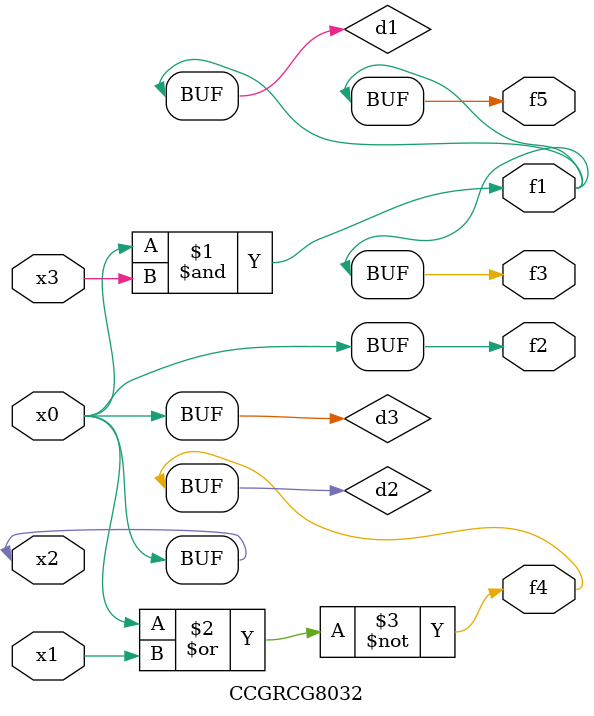
<source format=v>
module CCGRCG8032(
	input x0, x1, x2, x3,
	output f1, f2, f3, f4, f5
);

	wire d1, d2, d3;

	and (d1, x2, x3);
	nor (d2, x0, x1);
	buf (d3, x0, x2);
	assign f1 = d1;
	assign f2 = d3;
	assign f3 = d1;
	assign f4 = d2;
	assign f5 = d1;
endmodule

</source>
